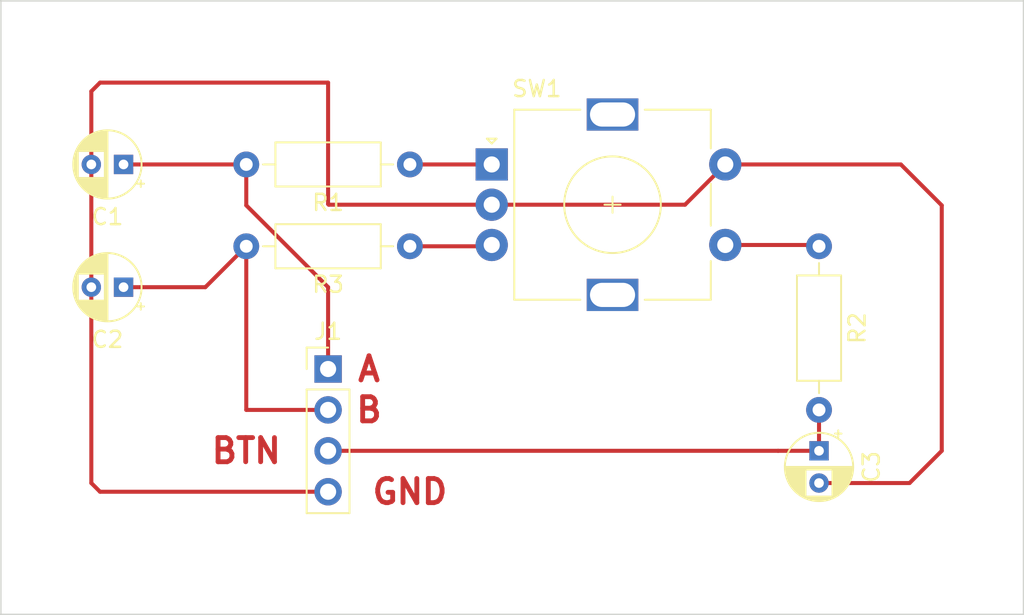
<source format=kicad_pcb>
(kicad_pcb (version 20171130) (host pcbnew 5.1.5+dfsg1-2build2)

  (general
    (thickness 1.6)
    (drawings 8)
    (tracks 34)
    (zones 0)
    (modules 8)
    (nets 8)
  )

  (page A4)
  (layers
    (0 F.Cu signal)
    (31 B.Cu signal)
    (32 B.Adhes user)
    (33 F.Adhes user)
    (34 B.Paste user)
    (35 F.Paste user)
    (36 B.SilkS user)
    (37 F.SilkS user)
    (38 B.Mask user)
    (39 F.Mask user)
    (40 Dwgs.User user)
    (41 Cmts.User user)
    (42 Eco1.User user)
    (43 Eco2.User user)
    (44 Edge.Cuts user)
    (45 Margin user)
    (46 B.CrtYd user)
    (47 F.CrtYd user)
    (48 B.Fab user)
    (49 F.Fab user)
  )

  (setup
    (last_trace_width 0.25)
    (trace_clearance 0.2)
    (zone_clearance 0.508)
    (zone_45_only no)
    (trace_min 0.2)
    (via_size 0.8)
    (via_drill 0.4)
    (via_min_size 0.4)
    (via_min_drill 0.3)
    (uvia_size 0.3)
    (uvia_drill 0.1)
    (uvias_allowed no)
    (uvia_min_size 0.2)
    (uvia_min_drill 0.1)
    (edge_width 0.05)
    (segment_width 0.2)
    (pcb_text_width 0.3)
    (pcb_text_size 1.5 1.5)
    (mod_edge_width 0.12)
    (mod_text_size 1 1)
    (mod_text_width 0.15)
    (pad_size 1.524 1.524)
    (pad_drill 0.762)
    (pad_to_mask_clearance 0.051)
    (solder_mask_min_width 0.25)
    (aux_axis_origin 0 0)
    (visible_elements FFFFFF7F)
    (pcbplotparams
      (layerselection 0x010fc_ffffffff)
      (usegerberextensions false)
      (usegerberattributes false)
      (usegerberadvancedattributes false)
      (creategerberjobfile false)
      (excludeedgelayer true)
      (linewidth 0.100000)
      (plotframeref false)
      (viasonmask false)
      (mode 1)
      (useauxorigin false)
      (hpglpennumber 1)
      (hpglpenspeed 20)
      (hpglpendiameter 15.000000)
      (psnegative false)
      (psa4output false)
      (plotreference true)
      (plotvalue true)
      (plotinvisibletext false)
      (padsonsilk false)
      (subtractmaskfromsilk false)
      (outputformat 1)
      (mirror false)
      (drillshape 1)
      (scaleselection 1)
      (outputdirectory ""))
  )

  (net 0 "")
  (net 1 /GND)
  (net 2 /A)
  (net 3 /B)
  (net 4 /BUTTON)
  (net 5 "Net-(R1-Pad1)")
  (net 6 "Net-(R2-Pad1)")
  (net 7 "Net-(R3-Pad1)")

  (net_class Default "This is the default net class."
    (clearance 0.2)
    (trace_width 0.25)
    (via_dia 0.8)
    (via_drill 0.4)
    (uvia_dia 0.3)
    (uvia_drill 0.1)
    (add_net /A)
    (add_net /B)
    (add_net /BUTTON)
    (add_net /GND)
    (add_net "Net-(R1-Pad1)")
    (add_net "Net-(R2-Pad1)")
    (add_net "Net-(R3-Pad1)")
  )

  (module Capacitor_THT:CP_Radial_D4.0mm_P2.00mm (layer F.Cu) (tedit 5AE50EF0) (tstamp 6032E750)
    (at 106.68 73.66 180)
    (descr "CP, Radial series, Radial, pin pitch=2.00mm, , diameter=4mm, Electrolytic Capacitor")
    (tags "CP Radial series Radial pin pitch 2.00mm  diameter 4mm Electrolytic Capacitor")
    (path /6032A502)
    (fp_text reference C1 (at 1 -3.25) (layer F.SilkS)
      (effects (font (size 1 1) (thickness 0.15)))
    )
    (fp_text value 0.1uF (at 1 3.25) (layer F.Fab)
      (effects (font (size 1 1) (thickness 0.15)))
    )
    (fp_text user %R (at 1 0) (layer F.Fab)
      (effects (font (size 0.8 0.8) (thickness 0.12)))
    )
    (fp_line (start -1.069801 -1.395) (end -1.069801 -0.995) (layer F.SilkS) (width 0.12))
    (fp_line (start -1.269801 -1.195) (end -0.869801 -1.195) (layer F.SilkS) (width 0.12))
    (fp_line (start 3.081 -0.37) (end 3.081 0.37) (layer F.SilkS) (width 0.12))
    (fp_line (start 3.041 -0.537) (end 3.041 0.537) (layer F.SilkS) (width 0.12))
    (fp_line (start 3.001 -0.664) (end 3.001 0.664) (layer F.SilkS) (width 0.12))
    (fp_line (start 2.961 -0.768) (end 2.961 0.768) (layer F.SilkS) (width 0.12))
    (fp_line (start 2.921 -0.859) (end 2.921 0.859) (layer F.SilkS) (width 0.12))
    (fp_line (start 2.881 -0.94) (end 2.881 0.94) (layer F.SilkS) (width 0.12))
    (fp_line (start 2.841 -1.013) (end 2.841 1.013) (layer F.SilkS) (width 0.12))
    (fp_line (start 2.801 0.84) (end 2.801 1.08) (layer F.SilkS) (width 0.12))
    (fp_line (start 2.801 -1.08) (end 2.801 -0.84) (layer F.SilkS) (width 0.12))
    (fp_line (start 2.761 0.84) (end 2.761 1.142) (layer F.SilkS) (width 0.12))
    (fp_line (start 2.761 -1.142) (end 2.761 -0.84) (layer F.SilkS) (width 0.12))
    (fp_line (start 2.721 0.84) (end 2.721 1.2) (layer F.SilkS) (width 0.12))
    (fp_line (start 2.721 -1.2) (end 2.721 -0.84) (layer F.SilkS) (width 0.12))
    (fp_line (start 2.681 0.84) (end 2.681 1.254) (layer F.SilkS) (width 0.12))
    (fp_line (start 2.681 -1.254) (end 2.681 -0.84) (layer F.SilkS) (width 0.12))
    (fp_line (start 2.641 0.84) (end 2.641 1.304) (layer F.SilkS) (width 0.12))
    (fp_line (start 2.641 -1.304) (end 2.641 -0.84) (layer F.SilkS) (width 0.12))
    (fp_line (start 2.601 0.84) (end 2.601 1.351) (layer F.SilkS) (width 0.12))
    (fp_line (start 2.601 -1.351) (end 2.601 -0.84) (layer F.SilkS) (width 0.12))
    (fp_line (start 2.561 0.84) (end 2.561 1.396) (layer F.SilkS) (width 0.12))
    (fp_line (start 2.561 -1.396) (end 2.561 -0.84) (layer F.SilkS) (width 0.12))
    (fp_line (start 2.521 0.84) (end 2.521 1.438) (layer F.SilkS) (width 0.12))
    (fp_line (start 2.521 -1.438) (end 2.521 -0.84) (layer F.SilkS) (width 0.12))
    (fp_line (start 2.481 0.84) (end 2.481 1.478) (layer F.SilkS) (width 0.12))
    (fp_line (start 2.481 -1.478) (end 2.481 -0.84) (layer F.SilkS) (width 0.12))
    (fp_line (start 2.441 0.84) (end 2.441 1.516) (layer F.SilkS) (width 0.12))
    (fp_line (start 2.441 -1.516) (end 2.441 -0.84) (layer F.SilkS) (width 0.12))
    (fp_line (start 2.401 0.84) (end 2.401 1.552) (layer F.SilkS) (width 0.12))
    (fp_line (start 2.401 -1.552) (end 2.401 -0.84) (layer F.SilkS) (width 0.12))
    (fp_line (start 2.361 0.84) (end 2.361 1.587) (layer F.SilkS) (width 0.12))
    (fp_line (start 2.361 -1.587) (end 2.361 -0.84) (layer F.SilkS) (width 0.12))
    (fp_line (start 2.321 0.84) (end 2.321 1.619) (layer F.SilkS) (width 0.12))
    (fp_line (start 2.321 -1.619) (end 2.321 -0.84) (layer F.SilkS) (width 0.12))
    (fp_line (start 2.281 0.84) (end 2.281 1.65) (layer F.SilkS) (width 0.12))
    (fp_line (start 2.281 -1.65) (end 2.281 -0.84) (layer F.SilkS) (width 0.12))
    (fp_line (start 2.241 0.84) (end 2.241 1.68) (layer F.SilkS) (width 0.12))
    (fp_line (start 2.241 -1.68) (end 2.241 -0.84) (layer F.SilkS) (width 0.12))
    (fp_line (start 2.201 0.84) (end 2.201 1.708) (layer F.SilkS) (width 0.12))
    (fp_line (start 2.201 -1.708) (end 2.201 -0.84) (layer F.SilkS) (width 0.12))
    (fp_line (start 2.161 0.84) (end 2.161 1.735) (layer F.SilkS) (width 0.12))
    (fp_line (start 2.161 -1.735) (end 2.161 -0.84) (layer F.SilkS) (width 0.12))
    (fp_line (start 2.121 0.84) (end 2.121 1.76) (layer F.SilkS) (width 0.12))
    (fp_line (start 2.121 -1.76) (end 2.121 -0.84) (layer F.SilkS) (width 0.12))
    (fp_line (start 2.081 0.84) (end 2.081 1.785) (layer F.SilkS) (width 0.12))
    (fp_line (start 2.081 -1.785) (end 2.081 -0.84) (layer F.SilkS) (width 0.12))
    (fp_line (start 2.041 0.84) (end 2.041 1.808) (layer F.SilkS) (width 0.12))
    (fp_line (start 2.041 -1.808) (end 2.041 -0.84) (layer F.SilkS) (width 0.12))
    (fp_line (start 2.001 0.84) (end 2.001 1.83) (layer F.SilkS) (width 0.12))
    (fp_line (start 2.001 -1.83) (end 2.001 -0.84) (layer F.SilkS) (width 0.12))
    (fp_line (start 1.961 0.84) (end 1.961 1.851) (layer F.SilkS) (width 0.12))
    (fp_line (start 1.961 -1.851) (end 1.961 -0.84) (layer F.SilkS) (width 0.12))
    (fp_line (start 1.921 0.84) (end 1.921 1.87) (layer F.SilkS) (width 0.12))
    (fp_line (start 1.921 -1.87) (end 1.921 -0.84) (layer F.SilkS) (width 0.12))
    (fp_line (start 1.881 0.84) (end 1.881 1.889) (layer F.SilkS) (width 0.12))
    (fp_line (start 1.881 -1.889) (end 1.881 -0.84) (layer F.SilkS) (width 0.12))
    (fp_line (start 1.841 0.84) (end 1.841 1.907) (layer F.SilkS) (width 0.12))
    (fp_line (start 1.841 -1.907) (end 1.841 -0.84) (layer F.SilkS) (width 0.12))
    (fp_line (start 1.801 0.84) (end 1.801 1.924) (layer F.SilkS) (width 0.12))
    (fp_line (start 1.801 -1.924) (end 1.801 -0.84) (layer F.SilkS) (width 0.12))
    (fp_line (start 1.761 0.84) (end 1.761 1.94) (layer F.SilkS) (width 0.12))
    (fp_line (start 1.761 -1.94) (end 1.761 -0.84) (layer F.SilkS) (width 0.12))
    (fp_line (start 1.721 0.84) (end 1.721 1.954) (layer F.SilkS) (width 0.12))
    (fp_line (start 1.721 -1.954) (end 1.721 -0.84) (layer F.SilkS) (width 0.12))
    (fp_line (start 1.68 0.84) (end 1.68 1.968) (layer F.SilkS) (width 0.12))
    (fp_line (start 1.68 -1.968) (end 1.68 -0.84) (layer F.SilkS) (width 0.12))
    (fp_line (start 1.64 0.84) (end 1.64 1.982) (layer F.SilkS) (width 0.12))
    (fp_line (start 1.64 -1.982) (end 1.64 -0.84) (layer F.SilkS) (width 0.12))
    (fp_line (start 1.6 0.84) (end 1.6 1.994) (layer F.SilkS) (width 0.12))
    (fp_line (start 1.6 -1.994) (end 1.6 -0.84) (layer F.SilkS) (width 0.12))
    (fp_line (start 1.56 0.84) (end 1.56 2.005) (layer F.SilkS) (width 0.12))
    (fp_line (start 1.56 -2.005) (end 1.56 -0.84) (layer F.SilkS) (width 0.12))
    (fp_line (start 1.52 0.84) (end 1.52 2.016) (layer F.SilkS) (width 0.12))
    (fp_line (start 1.52 -2.016) (end 1.52 -0.84) (layer F.SilkS) (width 0.12))
    (fp_line (start 1.48 0.84) (end 1.48 2.025) (layer F.SilkS) (width 0.12))
    (fp_line (start 1.48 -2.025) (end 1.48 -0.84) (layer F.SilkS) (width 0.12))
    (fp_line (start 1.44 0.84) (end 1.44 2.034) (layer F.SilkS) (width 0.12))
    (fp_line (start 1.44 -2.034) (end 1.44 -0.84) (layer F.SilkS) (width 0.12))
    (fp_line (start 1.4 0.84) (end 1.4 2.042) (layer F.SilkS) (width 0.12))
    (fp_line (start 1.4 -2.042) (end 1.4 -0.84) (layer F.SilkS) (width 0.12))
    (fp_line (start 1.36 0.84) (end 1.36 2.05) (layer F.SilkS) (width 0.12))
    (fp_line (start 1.36 -2.05) (end 1.36 -0.84) (layer F.SilkS) (width 0.12))
    (fp_line (start 1.32 0.84) (end 1.32 2.056) (layer F.SilkS) (width 0.12))
    (fp_line (start 1.32 -2.056) (end 1.32 -0.84) (layer F.SilkS) (width 0.12))
    (fp_line (start 1.28 0.84) (end 1.28 2.062) (layer F.SilkS) (width 0.12))
    (fp_line (start 1.28 -2.062) (end 1.28 -0.84) (layer F.SilkS) (width 0.12))
    (fp_line (start 1.24 0.84) (end 1.24 2.067) (layer F.SilkS) (width 0.12))
    (fp_line (start 1.24 -2.067) (end 1.24 -0.84) (layer F.SilkS) (width 0.12))
    (fp_line (start 1.2 0.84) (end 1.2 2.071) (layer F.SilkS) (width 0.12))
    (fp_line (start 1.2 -2.071) (end 1.2 -0.84) (layer F.SilkS) (width 0.12))
    (fp_line (start 1.16 -2.074) (end 1.16 2.074) (layer F.SilkS) (width 0.12))
    (fp_line (start 1.12 -2.077) (end 1.12 2.077) (layer F.SilkS) (width 0.12))
    (fp_line (start 1.08 -2.079) (end 1.08 2.079) (layer F.SilkS) (width 0.12))
    (fp_line (start 1.04 -2.08) (end 1.04 2.08) (layer F.SilkS) (width 0.12))
    (fp_line (start 1 -2.08) (end 1 2.08) (layer F.SilkS) (width 0.12))
    (fp_line (start -0.502554 -1.0675) (end -0.502554 -0.6675) (layer F.Fab) (width 0.1))
    (fp_line (start -0.702554 -0.8675) (end -0.302554 -0.8675) (layer F.Fab) (width 0.1))
    (fp_circle (center 1 0) (end 3.25 0) (layer F.CrtYd) (width 0.05))
    (fp_circle (center 1 0) (end 3.12 0) (layer F.SilkS) (width 0.12))
    (fp_circle (center 1 0) (end 3 0) (layer F.Fab) (width 0.1))
    (pad 2 thru_hole circle (at 2 0 180) (size 1.2 1.2) (drill 0.6) (layers *.Cu *.Mask)
      (net 1 /GND))
    (pad 1 thru_hole rect (at 0 0 180) (size 1.2 1.2) (drill 0.6) (layers *.Cu *.Mask)
      (net 2 /A))
    (model ${KISYS3DMOD}/Capacitor_THT.3dshapes/CP_Radial_D4.0mm_P2.00mm.wrl
      (at (xyz 0 0 0))
      (scale (xyz 1 1 1))
      (rotate (xyz 0 0 0))
    )
  )

  (module Capacitor_THT:CP_Radial_D4.0mm_P2.00mm (layer F.Cu) (tedit 5AE50EF0) (tstamp 6032E7BC)
    (at 106.68 81.28 180)
    (descr "CP, Radial series, Radial, pin pitch=2.00mm, , diameter=4mm, Electrolytic Capacitor")
    (tags "CP Radial series Radial pin pitch 2.00mm  diameter 4mm Electrolytic Capacitor")
    (path /6032C191)
    (fp_text reference C2 (at 1 -3.25) (layer F.SilkS)
      (effects (font (size 1 1) (thickness 0.15)))
    )
    (fp_text value 0.1uF (at 1 3.25) (layer F.Fab)
      (effects (font (size 1 1) (thickness 0.15)))
    )
    (fp_circle (center 1 0) (end 3 0) (layer F.Fab) (width 0.1))
    (fp_circle (center 1 0) (end 3.12 0) (layer F.SilkS) (width 0.12))
    (fp_circle (center 1 0) (end 3.25 0) (layer F.CrtYd) (width 0.05))
    (fp_line (start -0.702554 -0.8675) (end -0.302554 -0.8675) (layer F.Fab) (width 0.1))
    (fp_line (start -0.502554 -1.0675) (end -0.502554 -0.6675) (layer F.Fab) (width 0.1))
    (fp_line (start 1 -2.08) (end 1 2.08) (layer F.SilkS) (width 0.12))
    (fp_line (start 1.04 -2.08) (end 1.04 2.08) (layer F.SilkS) (width 0.12))
    (fp_line (start 1.08 -2.079) (end 1.08 2.079) (layer F.SilkS) (width 0.12))
    (fp_line (start 1.12 -2.077) (end 1.12 2.077) (layer F.SilkS) (width 0.12))
    (fp_line (start 1.16 -2.074) (end 1.16 2.074) (layer F.SilkS) (width 0.12))
    (fp_line (start 1.2 -2.071) (end 1.2 -0.84) (layer F.SilkS) (width 0.12))
    (fp_line (start 1.2 0.84) (end 1.2 2.071) (layer F.SilkS) (width 0.12))
    (fp_line (start 1.24 -2.067) (end 1.24 -0.84) (layer F.SilkS) (width 0.12))
    (fp_line (start 1.24 0.84) (end 1.24 2.067) (layer F.SilkS) (width 0.12))
    (fp_line (start 1.28 -2.062) (end 1.28 -0.84) (layer F.SilkS) (width 0.12))
    (fp_line (start 1.28 0.84) (end 1.28 2.062) (layer F.SilkS) (width 0.12))
    (fp_line (start 1.32 -2.056) (end 1.32 -0.84) (layer F.SilkS) (width 0.12))
    (fp_line (start 1.32 0.84) (end 1.32 2.056) (layer F.SilkS) (width 0.12))
    (fp_line (start 1.36 -2.05) (end 1.36 -0.84) (layer F.SilkS) (width 0.12))
    (fp_line (start 1.36 0.84) (end 1.36 2.05) (layer F.SilkS) (width 0.12))
    (fp_line (start 1.4 -2.042) (end 1.4 -0.84) (layer F.SilkS) (width 0.12))
    (fp_line (start 1.4 0.84) (end 1.4 2.042) (layer F.SilkS) (width 0.12))
    (fp_line (start 1.44 -2.034) (end 1.44 -0.84) (layer F.SilkS) (width 0.12))
    (fp_line (start 1.44 0.84) (end 1.44 2.034) (layer F.SilkS) (width 0.12))
    (fp_line (start 1.48 -2.025) (end 1.48 -0.84) (layer F.SilkS) (width 0.12))
    (fp_line (start 1.48 0.84) (end 1.48 2.025) (layer F.SilkS) (width 0.12))
    (fp_line (start 1.52 -2.016) (end 1.52 -0.84) (layer F.SilkS) (width 0.12))
    (fp_line (start 1.52 0.84) (end 1.52 2.016) (layer F.SilkS) (width 0.12))
    (fp_line (start 1.56 -2.005) (end 1.56 -0.84) (layer F.SilkS) (width 0.12))
    (fp_line (start 1.56 0.84) (end 1.56 2.005) (layer F.SilkS) (width 0.12))
    (fp_line (start 1.6 -1.994) (end 1.6 -0.84) (layer F.SilkS) (width 0.12))
    (fp_line (start 1.6 0.84) (end 1.6 1.994) (layer F.SilkS) (width 0.12))
    (fp_line (start 1.64 -1.982) (end 1.64 -0.84) (layer F.SilkS) (width 0.12))
    (fp_line (start 1.64 0.84) (end 1.64 1.982) (layer F.SilkS) (width 0.12))
    (fp_line (start 1.68 -1.968) (end 1.68 -0.84) (layer F.SilkS) (width 0.12))
    (fp_line (start 1.68 0.84) (end 1.68 1.968) (layer F.SilkS) (width 0.12))
    (fp_line (start 1.721 -1.954) (end 1.721 -0.84) (layer F.SilkS) (width 0.12))
    (fp_line (start 1.721 0.84) (end 1.721 1.954) (layer F.SilkS) (width 0.12))
    (fp_line (start 1.761 -1.94) (end 1.761 -0.84) (layer F.SilkS) (width 0.12))
    (fp_line (start 1.761 0.84) (end 1.761 1.94) (layer F.SilkS) (width 0.12))
    (fp_line (start 1.801 -1.924) (end 1.801 -0.84) (layer F.SilkS) (width 0.12))
    (fp_line (start 1.801 0.84) (end 1.801 1.924) (layer F.SilkS) (width 0.12))
    (fp_line (start 1.841 -1.907) (end 1.841 -0.84) (layer F.SilkS) (width 0.12))
    (fp_line (start 1.841 0.84) (end 1.841 1.907) (layer F.SilkS) (width 0.12))
    (fp_line (start 1.881 -1.889) (end 1.881 -0.84) (layer F.SilkS) (width 0.12))
    (fp_line (start 1.881 0.84) (end 1.881 1.889) (layer F.SilkS) (width 0.12))
    (fp_line (start 1.921 -1.87) (end 1.921 -0.84) (layer F.SilkS) (width 0.12))
    (fp_line (start 1.921 0.84) (end 1.921 1.87) (layer F.SilkS) (width 0.12))
    (fp_line (start 1.961 -1.851) (end 1.961 -0.84) (layer F.SilkS) (width 0.12))
    (fp_line (start 1.961 0.84) (end 1.961 1.851) (layer F.SilkS) (width 0.12))
    (fp_line (start 2.001 -1.83) (end 2.001 -0.84) (layer F.SilkS) (width 0.12))
    (fp_line (start 2.001 0.84) (end 2.001 1.83) (layer F.SilkS) (width 0.12))
    (fp_line (start 2.041 -1.808) (end 2.041 -0.84) (layer F.SilkS) (width 0.12))
    (fp_line (start 2.041 0.84) (end 2.041 1.808) (layer F.SilkS) (width 0.12))
    (fp_line (start 2.081 -1.785) (end 2.081 -0.84) (layer F.SilkS) (width 0.12))
    (fp_line (start 2.081 0.84) (end 2.081 1.785) (layer F.SilkS) (width 0.12))
    (fp_line (start 2.121 -1.76) (end 2.121 -0.84) (layer F.SilkS) (width 0.12))
    (fp_line (start 2.121 0.84) (end 2.121 1.76) (layer F.SilkS) (width 0.12))
    (fp_line (start 2.161 -1.735) (end 2.161 -0.84) (layer F.SilkS) (width 0.12))
    (fp_line (start 2.161 0.84) (end 2.161 1.735) (layer F.SilkS) (width 0.12))
    (fp_line (start 2.201 -1.708) (end 2.201 -0.84) (layer F.SilkS) (width 0.12))
    (fp_line (start 2.201 0.84) (end 2.201 1.708) (layer F.SilkS) (width 0.12))
    (fp_line (start 2.241 -1.68) (end 2.241 -0.84) (layer F.SilkS) (width 0.12))
    (fp_line (start 2.241 0.84) (end 2.241 1.68) (layer F.SilkS) (width 0.12))
    (fp_line (start 2.281 -1.65) (end 2.281 -0.84) (layer F.SilkS) (width 0.12))
    (fp_line (start 2.281 0.84) (end 2.281 1.65) (layer F.SilkS) (width 0.12))
    (fp_line (start 2.321 -1.619) (end 2.321 -0.84) (layer F.SilkS) (width 0.12))
    (fp_line (start 2.321 0.84) (end 2.321 1.619) (layer F.SilkS) (width 0.12))
    (fp_line (start 2.361 -1.587) (end 2.361 -0.84) (layer F.SilkS) (width 0.12))
    (fp_line (start 2.361 0.84) (end 2.361 1.587) (layer F.SilkS) (width 0.12))
    (fp_line (start 2.401 -1.552) (end 2.401 -0.84) (layer F.SilkS) (width 0.12))
    (fp_line (start 2.401 0.84) (end 2.401 1.552) (layer F.SilkS) (width 0.12))
    (fp_line (start 2.441 -1.516) (end 2.441 -0.84) (layer F.SilkS) (width 0.12))
    (fp_line (start 2.441 0.84) (end 2.441 1.516) (layer F.SilkS) (width 0.12))
    (fp_line (start 2.481 -1.478) (end 2.481 -0.84) (layer F.SilkS) (width 0.12))
    (fp_line (start 2.481 0.84) (end 2.481 1.478) (layer F.SilkS) (width 0.12))
    (fp_line (start 2.521 -1.438) (end 2.521 -0.84) (layer F.SilkS) (width 0.12))
    (fp_line (start 2.521 0.84) (end 2.521 1.438) (layer F.SilkS) (width 0.12))
    (fp_line (start 2.561 -1.396) (end 2.561 -0.84) (layer F.SilkS) (width 0.12))
    (fp_line (start 2.561 0.84) (end 2.561 1.396) (layer F.SilkS) (width 0.12))
    (fp_line (start 2.601 -1.351) (end 2.601 -0.84) (layer F.SilkS) (width 0.12))
    (fp_line (start 2.601 0.84) (end 2.601 1.351) (layer F.SilkS) (width 0.12))
    (fp_line (start 2.641 -1.304) (end 2.641 -0.84) (layer F.SilkS) (width 0.12))
    (fp_line (start 2.641 0.84) (end 2.641 1.304) (layer F.SilkS) (width 0.12))
    (fp_line (start 2.681 -1.254) (end 2.681 -0.84) (layer F.SilkS) (width 0.12))
    (fp_line (start 2.681 0.84) (end 2.681 1.254) (layer F.SilkS) (width 0.12))
    (fp_line (start 2.721 -1.2) (end 2.721 -0.84) (layer F.SilkS) (width 0.12))
    (fp_line (start 2.721 0.84) (end 2.721 1.2) (layer F.SilkS) (width 0.12))
    (fp_line (start 2.761 -1.142) (end 2.761 -0.84) (layer F.SilkS) (width 0.12))
    (fp_line (start 2.761 0.84) (end 2.761 1.142) (layer F.SilkS) (width 0.12))
    (fp_line (start 2.801 -1.08) (end 2.801 -0.84) (layer F.SilkS) (width 0.12))
    (fp_line (start 2.801 0.84) (end 2.801 1.08) (layer F.SilkS) (width 0.12))
    (fp_line (start 2.841 -1.013) (end 2.841 1.013) (layer F.SilkS) (width 0.12))
    (fp_line (start 2.881 -0.94) (end 2.881 0.94) (layer F.SilkS) (width 0.12))
    (fp_line (start 2.921 -0.859) (end 2.921 0.859) (layer F.SilkS) (width 0.12))
    (fp_line (start 2.961 -0.768) (end 2.961 0.768) (layer F.SilkS) (width 0.12))
    (fp_line (start 3.001 -0.664) (end 3.001 0.664) (layer F.SilkS) (width 0.12))
    (fp_line (start 3.041 -0.537) (end 3.041 0.537) (layer F.SilkS) (width 0.12))
    (fp_line (start 3.081 -0.37) (end 3.081 0.37) (layer F.SilkS) (width 0.12))
    (fp_line (start -1.269801 -1.195) (end -0.869801 -1.195) (layer F.SilkS) (width 0.12))
    (fp_line (start -1.069801 -1.395) (end -1.069801 -0.995) (layer F.SilkS) (width 0.12))
    (fp_text user %R (at 1 0) (layer F.Fab)
      (effects (font (size 0.8 0.8) (thickness 0.12)))
    )
    (pad 1 thru_hole rect (at 0 0 180) (size 1.2 1.2) (drill 0.6) (layers *.Cu *.Mask)
      (net 3 /B))
    (pad 2 thru_hole circle (at 2 0 180) (size 1.2 1.2) (drill 0.6) (layers *.Cu *.Mask)
      (net 1 /GND))
    (model ${KISYS3DMOD}/Capacitor_THT.3dshapes/CP_Radial_D4.0mm_P2.00mm.wrl
      (at (xyz 0 0 0))
      (scale (xyz 1 1 1))
      (rotate (xyz 0 0 0))
    )
  )

  (module Capacitor_THT:CP_Radial_D4.0mm_P2.00mm (layer F.Cu) (tedit 5AE50EF0) (tstamp 6032E828)
    (at 149.86 91.44 270)
    (descr "CP, Radial series, Radial, pin pitch=2.00mm, , diameter=4mm, Electrolytic Capacitor")
    (tags "CP Radial series Radial pin pitch 2.00mm  diameter 4mm Electrolytic Capacitor")
    (path /6032C379)
    (fp_text reference C3 (at 1 -3.25 90) (layer F.SilkS)
      (effects (font (size 1 1) (thickness 0.15)))
    )
    (fp_text value 0.1uF (at 1 3.25 90) (layer F.Fab)
      (effects (font (size 1 1) (thickness 0.15)))
    )
    (fp_circle (center 1 0) (end 3 0) (layer F.Fab) (width 0.1))
    (fp_circle (center 1 0) (end 3.12 0) (layer F.SilkS) (width 0.12))
    (fp_circle (center 1 0) (end 3.25 0) (layer F.CrtYd) (width 0.05))
    (fp_line (start -0.702554 -0.8675) (end -0.302554 -0.8675) (layer F.Fab) (width 0.1))
    (fp_line (start -0.502554 -1.0675) (end -0.502554 -0.6675) (layer F.Fab) (width 0.1))
    (fp_line (start 1 -2.08) (end 1 2.08) (layer F.SilkS) (width 0.12))
    (fp_line (start 1.04 -2.08) (end 1.04 2.08) (layer F.SilkS) (width 0.12))
    (fp_line (start 1.08 -2.079) (end 1.08 2.079) (layer F.SilkS) (width 0.12))
    (fp_line (start 1.12 -2.077) (end 1.12 2.077) (layer F.SilkS) (width 0.12))
    (fp_line (start 1.16 -2.074) (end 1.16 2.074) (layer F.SilkS) (width 0.12))
    (fp_line (start 1.2 -2.071) (end 1.2 -0.84) (layer F.SilkS) (width 0.12))
    (fp_line (start 1.2 0.84) (end 1.2 2.071) (layer F.SilkS) (width 0.12))
    (fp_line (start 1.24 -2.067) (end 1.24 -0.84) (layer F.SilkS) (width 0.12))
    (fp_line (start 1.24 0.84) (end 1.24 2.067) (layer F.SilkS) (width 0.12))
    (fp_line (start 1.28 -2.062) (end 1.28 -0.84) (layer F.SilkS) (width 0.12))
    (fp_line (start 1.28 0.84) (end 1.28 2.062) (layer F.SilkS) (width 0.12))
    (fp_line (start 1.32 -2.056) (end 1.32 -0.84) (layer F.SilkS) (width 0.12))
    (fp_line (start 1.32 0.84) (end 1.32 2.056) (layer F.SilkS) (width 0.12))
    (fp_line (start 1.36 -2.05) (end 1.36 -0.84) (layer F.SilkS) (width 0.12))
    (fp_line (start 1.36 0.84) (end 1.36 2.05) (layer F.SilkS) (width 0.12))
    (fp_line (start 1.4 -2.042) (end 1.4 -0.84) (layer F.SilkS) (width 0.12))
    (fp_line (start 1.4 0.84) (end 1.4 2.042) (layer F.SilkS) (width 0.12))
    (fp_line (start 1.44 -2.034) (end 1.44 -0.84) (layer F.SilkS) (width 0.12))
    (fp_line (start 1.44 0.84) (end 1.44 2.034) (layer F.SilkS) (width 0.12))
    (fp_line (start 1.48 -2.025) (end 1.48 -0.84) (layer F.SilkS) (width 0.12))
    (fp_line (start 1.48 0.84) (end 1.48 2.025) (layer F.SilkS) (width 0.12))
    (fp_line (start 1.52 -2.016) (end 1.52 -0.84) (layer F.SilkS) (width 0.12))
    (fp_line (start 1.52 0.84) (end 1.52 2.016) (layer F.SilkS) (width 0.12))
    (fp_line (start 1.56 -2.005) (end 1.56 -0.84) (layer F.SilkS) (width 0.12))
    (fp_line (start 1.56 0.84) (end 1.56 2.005) (layer F.SilkS) (width 0.12))
    (fp_line (start 1.6 -1.994) (end 1.6 -0.84) (layer F.SilkS) (width 0.12))
    (fp_line (start 1.6 0.84) (end 1.6 1.994) (layer F.SilkS) (width 0.12))
    (fp_line (start 1.64 -1.982) (end 1.64 -0.84) (layer F.SilkS) (width 0.12))
    (fp_line (start 1.64 0.84) (end 1.64 1.982) (layer F.SilkS) (width 0.12))
    (fp_line (start 1.68 -1.968) (end 1.68 -0.84) (layer F.SilkS) (width 0.12))
    (fp_line (start 1.68 0.84) (end 1.68 1.968) (layer F.SilkS) (width 0.12))
    (fp_line (start 1.721 -1.954) (end 1.721 -0.84) (layer F.SilkS) (width 0.12))
    (fp_line (start 1.721 0.84) (end 1.721 1.954) (layer F.SilkS) (width 0.12))
    (fp_line (start 1.761 -1.94) (end 1.761 -0.84) (layer F.SilkS) (width 0.12))
    (fp_line (start 1.761 0.84) (end 1.761 1.94) (layer F.SilkS) (width 0.12))
    (fp_line (start 1.801 -1.924) (end 1.801 -0.84) (layer F.SilkS) (width 0.12))
    (fp_line (start 1.801 0.84) (end 1.801 1.924) (layer F.SilkS) (width 0.12))
    (fp_line (start 1.841 -1.907) (end 1.841 -0.84) (layer F.SilkS) (width 0.12))
    (fp_line (start 1.841 0.84) (end 1.841 1.907) (layer F.SilkS) (width 0.12))
    (fp_line (start 1.881 -1.889) (end 1.881 -0.84) (layer F.SilkS) (width 0.12))
    (fp_line (start 1.881 0.84) (end 1.881 1.889) (layer F.SilkS) (width 0.12))
    (fp_line (start 1.921 -1.87) (end 1.921 -0.84) (layer F.SilkS) (width 0.12))
    (fp_line (start 1.921 0.84) (end 1.921 1.87) (layer F.SilkS) (width 0.12))
    (fp_line (start 1.961 -1.851) (end 1.961 -0.84) (layer F.SilkS) (width 0.12))
    (fp_line (start 1.961 0.84) (end 1.961 1.851) (layer F.SilkS) (width 0.12))
    (fp_line (start 2.001 -1.83) (end 2.001 -0.84) (layer F.SilkS) (width 0.12))
    (fp_line (start 2.001 0.84) (end 2.001 1.83) (layer F.SilkS) (width 0.12))
    (fp_line (start 2.041 -1.808) (end 2.041 -0.84) (layer F.SilkS) (width 0.12))
    (fp_line (start 2.041 0.84) (end 2.041 1.808) (layer F.SilkS) (width 0.12))
    (fp_line (start 2.081 -1.785) (end 2.081 -0.84) (layer F.SilkS) (width 0.12))
    (fp_line (start 2.081 0.84) (end 2.081 1.785) (layer F.SilkS) (width 0.12))
    (fp_line (start 2.121 -1.76) (end 2.121 -0.84) (layer F.SilkS) (width 0.12))
    (fp_line (start 2.121 0.84) (end 2.121 1.76) (layer F.SilkS) (width 0.12))
    (fp_line (start 2.161 -1.735) (end 2.161 -0.84) (layer F.SilkS) (width 0.12))
    (fp_line (start 2.161 0.84) (end 2.161 1.735) (layer F.SilkS) (width 0.12))
    (fp_line (start 2.201 -1.708) (end 2.201 -0.84) (layer F.SilkS) (width 0.12))
    (fp_line (start 2.201 0.84) (end 2.201 1.708) (layer F.SilkS) (width 0.12))
    (fp_line (start 2.241 -1.68) (end 2.241 -0.84) (layer F.SilkS) (width 0.12))
    (fp_line (start 2.241 0.84) (end 2.241 1.68) (layer F.SilkS) (width 0.12))
    (fp_line (start 2.281 -1.65) (end 2.281 -0.84) (layer F.SilkS) (width 0.12))
    (fp_line (start 2.281 0.84) (end 2.281 1.65) (layer F.SilkS) (width 0.12))
    (fp_line (start 2.321 -1.619) (end 2.321 -0.84) (layer F.SilkS) (width 0.12))
    (fp_line (start 2.321 0.84) (end 2.321 1.619) (layer F.SilkS) (width 0.12))
    (fp_line (start 2.361 -1.587) (end 2.361 -0.84) (layer F.SilkS) (width 0.12))
    (fp_line (start 2.361 0.84) (end 2.361 1.587) (layer F.SilkS) (width 0.12))
    (fp_line (start 2.401 -1.552) (end 2.401 -0.84) (layer F.SilkS) (width 0.12))
    (fp_line (start 2.401 0.84) (end 2.401 1.552) (layer F.SilkS) (width 0.12))
    (fp_line (start 2.441 -1.516) (end 2.441 -0.84) (layer F.SilkS) (width 0.12))
    (fp_line (start 2.441 0.84) (end 2.441 1.516) (layer F.SilkS) (width 0.12))
    (fp_line (start 2.481 -1.478) (end 2.481 -0.84) (layer F.SilkS) (width 0.12))
    (fp_line (start 2.481 0.84) (end 2.481 1.478) (layer F.SilkS) (width 0.12))
    (fp_line (start 2.521 -1.438) (end 2.521 -0.84) (layer F.SilkS) (width 0.12))
    (fp_line (start 2.521 0.84) (end 2.521 1.438) (layer F.SilkS) (width 0.12))
    (fp_line (start 2.561 -1.396) (end 2.561 -0.84) (layer F.SilkS) (width 0.12))
    (fp_line (start 2.561 0.84) (end 2.561 1.396) (layer F.SilkS) (width 0.12))
    (fp_line (start 2.601 -1.351) (end 2.601 -0.84) (layer F.SilkS) (width 0.12))
    (fp_line (start 2.601 0.84) (end 2.601 1.351) (layer F.SilkS) (width 0.12))
    (fp_line (start 2.641 -1.304) (end 2.641 -0.84) (layer F.SilkS) (width 0.12))
    (fp_line (start 2.641 0.84) (end 2.641 1.304) (layer F.SilkS) (width 0.12))
    (fp_line (start 2.681 -1.254) (end 2.681 -0.84) (layer F.SilkS) (width 0.12))
    (fp_line (start 2.681 0.84) (end 2.681 1.254) (layer F.SilkS) (width 0.12))
    (fp_line (start 2.721 -1.2) (end 2.721 -0.84) (layer F.SilkS) (width 0.12))
    (fp_line (start 2.721 0.84) (end 2.721 1.2) (layer F.SilkS) (width 0.12))
    (fp_line (start 2.761 -1.142) (end 2.761 -0.84) (layer F.SilkS) (width 0.12))
    (fp_line (start 2.761 0.84) (end 2.761 1.142) (layer F.SilkS) (width 0.12))
    (fp_line (start 2.801 -1.08) (end 2.801 -0.84) (layer F.SilkS) (width 0.12))
    (fp_line (start 2.801 0.84) (end 2.801 1.08) (layer F.SilkS) (width 0.12))
    (fp_line (start 2.841 -1.013) (end 2.841 1.013) (layer F.SilkS) (width 0.12))
    (fp_line (start 2.881 -0.94) (end 2.881 0.94) (layer F.SilkS) (width 0.12))
    (fp_line (start 2.921 -0.859) (end 2.921 0.859) (layer F.SilkS) (width 0.12))
    (fp_line (start 2.961 -0.768) (end 2.961 0.768) (layer F.SilkS) (width 0.12))
    (fp_line (start 3.001 -0.664) (end 3.001 0.664) (layer F.SilkS) (width 0.12))
    (fp_line (start 3.041 -0.537) (end 3.041 0.537) (layer F.SilkS) (width 0.12))
    (fp_line (start 3.081 -0.37) (end 3.081 0.37) (layer F.SilkS) (width 0.12))
    (fp_line (start -1.269801 -1.195) (end -0.869801 -1.195) (layer F.SilkS) (width 0.12))
    (fp_line (start -1.069801 -1.395) (end -1.069801 -0.995) (layer F.SilkS) (width 0.12))
    (fp_text user %R (at 1 0 90) (layer F.Fab)
      (effects (font (size 0.8 0.8) (thickness 0.12)))
    )
    (pad 1 thru_hole rect (at 0 0 270) (size 1.2 1.2) (drill 0.6) (layers *.Cu *.Mask)
      (net 4 /BUTTON))
    (pad 2 thru_hole circle (at 2 0 270) (size 1.2 1.2) (drill 0.6) (layers *.Cu *.Mask)
      (net 1 /GND))
    (model ${KISYS3DMOD}/Capacitor_THT.3dshapes/CP_Radial_D4.0mm_P2.00mm.wrl
      (at (xyz 0 0 0))
      (scale (xyz 1 1 1))
      (rotate (xyz 0 0 0))
    )
  )

  (module Connector_PinHeader_2.54mm:PinHeader_1x04_P2.54mm_Vertical (layer F.Cu) (tedit 59FED5CC) (tstamp 6032E840)
    (at 119.38 86.36)
    (descr "Through hole straight pin header, 1x04, 2.54mm pitch, single row")
    (tags "Through hole pin header THT 1x04 2.54mm single row")
    (path /603280F2)
    (fp_text reference J1 (at 0 -2.33) (layer F.SilkS)
      (effects (font (size 1 1) (thickness 0.15)))
    )
    (fp_text value Conn_01x04 (at 0 9.95) (layer F.Fab)
      (effects (font (size 1 1) (thickness 0.15)))
    )
    (fp_line (start -0.635 -1.27) (end 1.27 -1.27) (layer F.Fab) (width 0.1))
    (fp_line (start 1.27 -1.27) (end 1.27 8.89) (layer F.Fab) (width 0.1))
    (fp_line (start 1.27 8.89) (end -1.27 8.89) (layer F.Fab) (width 0.1))
    (fp_line (start -1.27 8.89) (end -1.27 -0.635) (layer F.Fab) (width 0.1))
    (fp_line (start -1.27 -0.635) (end -0.635 -1.27) (layer F.Fab) (width 0.1))
    (fp_line (start -1.33 8.95) (end 1.33 8.95) (layer F.SilkS) (width 0.12))
    (fp_line (start -1.33 1.27) (end -1.33 8.95) (layer F.SilkS) (width 0.12))
    (fp_line (start 1.33 1.27) (end 1.33 8.95) (layer F.SilkS) (width 0.12))
    (fp_line (start -1.33 1.27) (end 1.33 1.27) (layer F.SilkS) (width 0.12))
    (fp_line (start -1.33 0) (end -1.33 -1.33) (layer F.SilkS) (width 0.12))
    (fp_line (start -1.33 -1.33) (end 0 -1.33) (layer F.SilkS) (width 0.12))
    (fp_line (start -1.8 -1.8) (end -1.8 9.4) (layer F.CrtYd) (width 0.05))
    (fp_line (start -1.8 9.4) (end 1.8 9.4) (layer F.CrtYd) (width 0.05))
    (fp_line (start 1.8 9.4) (end 1.8 -1.8) (layer F.CrtYd) (width 0.05))
    (fp_line (start 1.8 -1.8) (end -1.8 -1.8) (layer F.CrtYd) (width 0.05))
    (fp_text user %R (at 0 3.81 90) (layer F.Fab)
      (effects (font (size 1 1) (thickness 0.15)))
    )
    (pad 1 thru_hole rect (at 0 0) (size 1.7 1.7) (drill 1) (layers *.Cu *.Mask)
      (net 2 /A))
    (pad 2 thru_hole oval (at 0 2.54) (size 1.7 1.7) (drill 1) (layers *.Cu *.Mask)
      (net 3 /B))
    (pad 3 thru_hole oval (at 0 5.08) (size 1.7 1.7) (drill 1) (layers *.Cu *.Mask)
      (net 4 /BUTTON))
    (pad 4 thru_hole oval (at 0 7.62) (size 1.7 1.7) (drill 1) (layers *.Cu *.Mask)
      (net 1 /GND))
    (model ${KISYS3DMOD}/Connector_PinHeader_2.54mm.3dshapes/PinHeader_1x04_P2.54mm_Vertical.wrl
      (at (xyz 0 0 0))
      (scale (xyz 1 1 1))
      (rotate (xyz 0 0 0))
    )
  )

  (module Resistor_THT:R_Axial_DIN0207_L6.3mm_D2.5mm_P10.16mm_Horizontal (layer F.Cu) (tedit 5AE5139B) (tstamp 6032E857)
    (at 124.46 73.66 180)
    (descr "Resistor, Axial_DIN0207 series, Axial, Horizontal, pin pitch=10.16mm, 0.25W = 1/4W, length*diameter=6.3*2.5mm^2, http://cdn-reichelt.de/documents/datenblatt/B400/1_4W%23YAG.pdf")
    (tags "Resistor Axial_DIN0207 series Axial Horizontal pin pitch 10.16mm 0.25W = 1/4W length 6.3mm diameter 2.5mm")
    (path /60329B8B)
    (fp_text reference R1 (at 5.08 -2.37) (layer F.SilkS)
      (effects (font (size 1 1) (thickness 0.15)))
    )
    (fp_text value 22k (at 5.08 2.37) (layer F.Fab)
      (effects (font (size 1 1) (thickness 0.15)))
    )
    (fp_line (start 1.93 -1.25) (end 1.93 1.25) (layer F.Fab) (width 0.1))
    (fp_line (start 1.93 1.25) (end 8.23 1.25) (layer F.Fab) (width 0.1))
    (fp_line (start 8.23 1.25) (end 8.23 -1.25) (layer F.Fab) (width 0.1))
    (fp_line (start 8.23 -1.25) (end 1.93 -1.25) (layer F.Fab) (width 0.1))
    (fp_line (start 0 0) (end 1.93 0) (layer F.Fab) (width 0.1))
    (fp_line (start 10.16 0) (end 8.23 0) (layer F.Fab) (width 0.1))
    (fp_line (start 1.81 -1.37) (end 1.81 1.37) (layer F.SilkS) (width 0.12))
    (fp_line (start 1.81 1.37) (end 8.35 1.37) (layer F.SilkS) (width 0.12))
    (fp_line (start 8.35 1.37) (end 8.35 -1.37) (layer F.SilkS) (width 0.12))
    (fp_line (start 8.35 -1.37) (end 1.81 -1.37) (layer F.SilkS) (width 0.12))
    (fp_line (start 1.04 0) (end 1.81 0) (layer F.SilkS) (width 0.12))
    (fp_line (start 9.12 0) (end 8.35 0) (layer F.SilkS) (width 0.12))
    (fp_line (start -1.05 -1.5) (end -1.05 1.5) (layer F.CrtYd) (width 0.05))
    (fp_line (start -1.05 1.5) (end 11.21 1.5) (layer F.CrtYd) (width 0.05))
    (fp_line (start 11.21 1.5) (end 11.21 -1.5) (layer F.CrtYd) (width 0.05))
    (fp_line (start 11.21 -1.5) (end -1.05 -1.5) (layer F.CrtYd) (width 0.05))
    (fp_text user %R (at 5.08 0) (layer F.Fab)
      (effects (font (size 1 1) (thickness 0.15)))
    )
    (pad 1 thru_hole circle (at 0 0 180) (size 1.6 1.6) (drill 0.8) (layers *.Cu *.Mask)
      (net 5 "Net-(R1-Pad1)"))
    (pad 2 thru_hole oval (at 10.16 0 180) (size 1.6 1.6) (drill 0.8) (layers *.Cu *.Mask)
      (net 2 /A))
    (model ${KISYS3DMOD}/Resistor_THT.3dshapes/R_Axial_DIN0207_L6.3mm_D2.5mm_P10.16mm_Horizontal.wrl
      (at (xyz 0 0 0))
      (scale (xyz 1 1 1))
      (rotate (xyz 0 0 0))
    )
  )

  (module Resistor_THT:R_Axial_DIN0207_L6.3mm_D2.5mm_P10.16mm_Horizontal (layer F.Cu) (tedit 5AE5139B) (tstamp 6032E86E)
    (at 149.86 78.74 270)
    (descr "Resistor, Axial_DIN0207 series, Axial, Horizontal, pin pitch=10.16mm, 0.25W = 1/4W, length*diameter=6.3*2.5mm^2, http://cdn-reichelt.de/documents/datenblatt/B400/1_4W%23YAG.pdf")
    (tags "Resistor Axial_DIN0207 series Axial Horizontal pin pitch 10.16mm 0.25W = 1/4W length 6.3mm diameter 2.5mm")
    (path /6032BE6B)
    (fp_text reference R2 (at 5.08 -2.37 90) (layer F.SilkS)
      (effects (font (size 1 1) (thickness 0.15)))
    )
    (fp_text value 22k (at 5.08 2.37 90) (layer F.Fab)
      (effects (font (size 1 1) (thickness 0.15)))
    )
    (fp_text user %R (at 5.08 0 90) (layer F.Fab)
      (effects (font (size 1 1) (thickness 0.15)))
    )
    (fp_line (start 11.21 -1.5) (end -1.05 -1.5) (layer F.CrtYd) (width 0.05))
    (fp_line (start 11.21 1.5) (end 11.21 -1.5) (layer F.CrtYd) (width 0.05))
    (fp_line (start -1.05 1.5) (end 11.21 1.5) (layer F.CrtYd) (width 0.05))
    (fp_line (start -1.05 -1.5) (end -1.05 1.5) (layer F.CrtYd) (width 0.05))
    (fp_line (start 9.12 0) (end 8.35 0) (layer F.SilkS) (width 0.12))
    (fp_line (start 1.04 0) (end 1.81 0) (layer F.SilkS) (width 0.12))
    (fp_line (start 8.35 -1.37) (end 1.81 -1.37) (layer F.SilkS) (width 0.12))
    (fp_line (start 8.35 1.37) (end 8.35 -1.37) (layer F.SilkS) (width 0.12))
    (fp_line (start 1.81 1.37) (end 8.35 1.37) (layer F.SilkS) (width 0.12))
    (fp_line (start 1.81 -1.37) (end 1.81 1.37) (layer F.SilkS) (width 0.12))
    (fp_line (start 10.16 0) (end 8.23 0) (layer F.Fab) (width 0.1))
    (fp_line (start 0 0) (end 1.93 0) (layer F.Fab) (width 0.1))
    (fp_line (start 8.23 -1.25) (end 1.93 -1.25) (layer F.Fab) (width 0.1))
    (fp_line (start 8.23 1.25) (end 8.23 -1.25) (layer F.Fab) (width 0.1))
    (fp_line (start 1.93 1.25) (end 8.23 1.25) (layer F.Fab) (width 0.1))
    (fp_line (start 1.93 -1.25) (end 1.93 1.25) (layer F.Fab) (width 0.1))
    (pad 2 thru_hole oval (at 10.16 0 270) (size 1.6 1.6) (drill 0.8) (layers *.Cu *.Mask)
      (net 4 /BUTTON))
    (pad 1 thru_hole circle (at 0 0 270) (size 1.6 1.6) (drill 0.8) (layers *.Cu *.Mask)
      (net 6 "Net-(R2-Pad1)"))
    (model ${KISYS3DMOD}/Resistor_THT.3dshapes/R_Axial_DIN0207_L6.3mm_D2.5mm_P10.16mm_Horizontal.wrl
      (at (xyz 0 0 0))
      (scale (xyz 1 1 1))
      (rotate (xyz 0 0 0))
    )
  )

  (module Resistor_THT:R_Axial_DIN0207_L6.3mm_D2.5mm_P10.16mm_Horizontal (layer F.Cu) (tedit 5AE5139B) (tstamp 6032E885)
    (at 124.46 78.74 180)
    (descr "Resistor, Axial_DIN0207 series, Axial, Horizontal, pin pitch=10.16mm, 0.25W = 1/4W, length*diameter=6.3*2.5mm^2, http://cdn-reichelt.de/documents/datenblatt/B400/1_4W%23YAG.pdf")
    (tags "Resistor Axial_DIN0207 series Axial Horizontal pin pitch 10.16mm 0.25W = 1/4W length 6.3mm diameter 2.5mm")
    (path /6032BFCE)
    (fp_text reference R3 (at 5.08 -2.37) (layer F.SilkS)
      (effects (font (size 1 1) (thickness 0.15)))
    )
    (fp_text value 22k (at 5.08 2.37) (layer F.Fab)
      (effects (font (size 1 1) (thickness 0.15)))
    )
    (fp_line (start 1.93 -1.25) (end 1.93 1.25) (layer F.Fab) (width 0.1))
    (fp_line (start 1.93 1.25) (end 8.23 1.25) (layer F.Fab) (width 0.1))
    (fp_line (start 8.23 1.25) (end 8.23 -1.25) (layer F.Fab) (width 0.1))
    (fp_line (start 8.23 -1.25) (end 1.93 -1.25) (layer F.Fab) (width 0.1))
    (fp_line (start 0 0) (end 1.93 0) (layer F.Fab) (width 0.1))
    (fp_line (start 10.16 0) (end 8.23 0) (layer F.Fab) (width 0.1))
    (fp_line (start 1.81 -1.37) (end 1.81 1.37) (layer F.SilkS) (width 0.12))
    (fp_line (start 1.81 1.37) (end 8.35 1.37) (layer F.SilkS) (width 0.12))
    (fp_line (start 8.35 1.37) (end 8.35 -1.37) (layer F.SilkS) (width 0.12))
    (fp_line (start 8.35 -1.37) (end 1.81 -1.37) (layer F.SilkS) (width 0.12))
    (fp_line (start 1.04 0) (end 1.81 0) (layer F.SilkS) (width 0.12))
    (fp_line (start 9.12 0) (end 8.35 0) (layer F.SilkS) (width 0.12))
    (fp_line (start -1.05 -1.5) (end -1.05 1.5) (layer F.CrtYd) (width 0.05))
    (fp_line (start -1.05 1.5) (end 11.21 1.5) (layer F.CrtYd) (width 0.05))
    (fp_line (start 11.21 1.5) (end 11.21 -1.5) (layer F.CrtYd) (width 0.05))
    (fp_line (start 11.21 -1.5) (end -1.05 -1.5) (layer F.CrtYd) (width 0.05))
    (fp_text user %R (at 5.08 0) (layer F.Fab)
      (effects (font (size 1 1) (thickness 0.15)))
    )
    (pad 1 thru_hole circle (at 0 0 180) (size 1.6 1.6) (drill 0.8) (layers *.Cu *.Mask)
      (net 7 "Net-(R3-Pad1)"))
    (pad 2 thru_hole oval (at 10.16 0 180) (size 1.6 1.6) (drill 0.8) (layers *.Cu *.Mask)
      (net 3 /B))
    (model ${KISYS3DMOD}/Resistor_THT.3dshapes/R_Axial_DIN0207_L6.3mm_D2.5mm_P10.16mm_Horizontal.wrl
      (at (xyz 0 0 0))
      (scale (xyz 1 1 1))
      (rotate (xyz 0 0 0))
    )
  )

  (module Rotary_Encoder:RotaryEncoder_Alps_EC11E-Switch_Vertical_H20mm (layer F.Cu) (tedit 5A74C8CB) (tstamp 6032E8AB)
    (at 129.54 73.66)
    (descr "Alps rotary encoder, EC12E... with switch, vertical shaft, http://www.alps.com/prod/info/E/HTML/Encoder/Incremental/EC11/EC11E15204A3.html")
    (tags "rotary encoder")
    (path /603289A4)
    (fp_text reference SW1 (at 2.8 -4.7) (layer F.SilkS)
      (effects (font (size 1 1) (thickness 0.15)))
    )
    (fp_text value Rotary_Encoder_Switch (at 7.5 10.4) (layer F.Fab)
      (effects (font (size 1 1) (thickness 0.15)))
    )
    (fp_text user %R (at 11.1 6.3) (layer F.Fab)
      (effects (font (size 1 1) (thickness 0.15)))
    )
    (fp_line (start 7 2.5) (end 8 2.5) (layer F.SilkS) (width 0.12))
    (fp_line (start 7.5 2) (end 7.5 3) (layer F.SilkS) (width 0.12))
    (fp_line (start 13.6 6) (end 13.6 8.4) (layer F.SilkS) (width 0.12))
    (fp_line (start 13.6 1.2) (end 13.6 3.8) (layer F.SilkS) (width 0.12))
    (fp_line (start 13.6 -3.4) (end 13.6 -1) (layer F.SilkS) (width 0.12))
    (fp_line (start 4.5 2.5) (end 10.5 2.5) (layer F.Fab) (width 0.12))
    (fp_line (start 7.5 -0.5) (end 7.5 5.5) (layer F.Fab) (width 0.12))
    (fp_line (start 0.3 -1.6) (end 0 -1.3) (layer F.SilkS) (width 0.12))
    (fp_line (start -0.3 -1.6) (end 0.3 -1.6) (layer F.SilkS) (width 0.12))
    (fp_line (start 0 -1.3) (end -0.3 -1.6) (layer F.SilkS) (width 0.12))
    (fp_line (start 1.4 -3.4) (end 1.4 8.4) (layer F.SilkS) (width 0.12))
    (fp_line (start 5.5 -3.4) (end 1.4 -3.4) (layer F.SilkS) (width 0.12))
    (fp_line (start 5.5 8.4) (end 1.4 8.4) (layer F.SilkS) (width 0.12))
    (fp_line (start 13.6 8.4) (end 9.5 8.4) (layer F.SilkS) (width 0.12))
    (fp_line (start 9.5 -3.4) (end 13.6 -3.4) (layer F.SilkS) (width 0.12))
    (fp_line (start 1.5 -2.2) (end 2.5 -3.3) (layer F.Fab) (width 0.12))
    (fp_line (start 1.5 8.3) (end 1.5 -2.2) (layer F.Fab) (width 0.12))
    (fp_line (start 13.5 8.3) (end 1.5 8.3) (layer F.Fab) (width 0.12))
    (fp_line (start 13.5 -3.3) (end 13.5 8.3) (layer F.Fab) (width 0.12))
    (fp_line (start 2.5 -3.3) (end 13.5 -3.3) (layer F.Fab) (width 0.12))
    (fp_line (start -1.5 -4.6) (end 16 -4.6) (layer F.CrtYd) (width 0.05))
    (fp_line (start -1.5 -4.6) (end -1.5 9.6) (layer F.CrtYd) (width 0.05))
    (fp_line (start 16 9.6) (end 16 -4.6) (layer F.CrtYd) (width 0.05))
    (fp_line (start 16 9.6) (end -1.5 9.6) (layer F.CrtYd) (width 0.05))
    (fp_circle (center 7.5 2.5) (end 10.5 2.5) (layer F.SilkS) (width 0.12))
    (fp_circle (center 7.5 2.5) (end 10.5 2.5) (layer F.Fab) (width 0.12))
    (pad S1 thru_hole circle (at 14.5 5) (size 2 2) (drill 1) (layers *.Cu *.Mask)
      (net 6 "Net-(R2-Pad1)"))
    (pad S2 thru_hole circle (at 14.5 0) (size 2 2) (drill 1) (layers *.Cu *.Mask)
      (net 1 /GND))
    (pad MP thru_hole rect (at 7.5 8.1) (size 3.2 2) (drill oval 2.8 1.5) (layers *.Cu *.Mask))
    (pad MP thru_hole rect (at 7.5 -3.1) (size 3.2 2) (drill oval 2.8 1.5) (layers *.Cu *.Mask))
    (pad B thru_hole circle (at 0 5) (size 2 2) (drill 1) (layers *.Cu *.Mask)
      (net 7 "Net-(R3-Pad1)"))
    (pad C thru_hole circle (at 0 2.5) (size 2 2) (drill 1) (layers *.Cu *.Mask)
      (net 1 /GND))
    (pad A thru_hole rect (at 0 0) (size 2 2) (drill 1) (layers *.Cu *.Mask)
      (net 5 "Net-(R1-Pad1)"))
    (model ${KISYS3DMOD}/Rotary_Encoder.3dshapes/RotaryEncoder_Alps_EC11E-Switch_Vertical_H20mm.wrl
      (at (xyz 0 0 0))
      (scale (xyz 1 1 1))
      (rotate (xyz 0 0 0))
    )
  )

  (gr_text B (at 121.92 88.9) (layer F.Cu)
    (effects (font (size 1.5 1.5) (thickness 0.3)))
  )
  (gr_text A (at 121.92 86.36) (layer F.Cu)
    (effects (font (size 1.5 1.5) (thickness 0.3)))
  )
  (gr_text BTN (at 114.3 91.44) (layer F.Cu)
    (effects (font (size 1.5 1.5) (thickness 0.3)))
  )
  (gr_text GND (at 124.46 93.98) (layer F.Cu)
    (effects (font (size 1.5 1.5) (thickness 0.3)))
  )
  (gr_line (start 162.56 63.5) (end 162.56 101.6) (layer Edge.Cuts) (width 0.1))
  (gr_line (start 99.06 63.5) (end 162.56 63.5) (layer Edge.Cuts) (width 0.1))
  (gr_line (start 99.06 101.6) (end 99.06 63.5) (layer Edge.Cuts) (width 0.1))
  (gr_line (start 162.56 101.6) (end 99.06 101.6) (layer Edge.Cuts) (width 0.1))

  (segment (start 119.42 76.16) (end 129.54 76.16) (width 0.25) (layer F.Cu) (net 1))
  (segment (start 141.54 76.16) (end 144.04 73.66) (width 0.25) (layer F.Cu) (net 1))
  (segment (start 129.54 76.16) (end 141.54 76.16) (width 0.25) (layer F.Cu) (net 1))
  (segment (start 119.38 76.12) (end 119.42 76.16) (width 0.25) (layer F.Cu) (net 1))
  (segment (start 119.38 68.58) (end 119.38 76.12) (width 0.25) (layer F.Cu) (net 1))
  (segment (start 104.68 73.874998) (end 104.68 73.66) (width 0.25) (layer F.Cu) (net 1))
  (segment (start 104.68 81.28) (end 104.68 73.874998) (width 0.25) (layer F.Cu) (net 1))
  (segment (start 104.68 73.66) (end 104.68 69.12) (width 0.25) (layer F.Cu) (net 1))
  (segment (start 105.22 68.58) (end 119.38 68.58) (width 0.25) (layer F.Cu) (net 1))
  (segment (start 104.68 69.12) (end 105.22 68.58) (width 0.25) (layer F.Cu) (net 1))
  (segment (start 104.68 81.28) (end 104.68 93.44) (width 0.25) (layer F.Cu) (net 1))
  (segment (start 105.22 93.98) (end 119.38 93.98) (width 0.25) (layer F.Cu) (net 1))
  (segment (start 104.68 93.44) (end 105.22 93.98) (width 0.25) (layer F.Cu) (net 1))
  (segment (start 149.86 93.44) (end 155.48 93.44) (width 0.25) (layer F.Cu) (net 1))
  (segment (start 155.48 93.44) (end 157.48 91.44) (width 0.25) (layer F.Cu) (net 1))
  (segment (start 157.48 91.44) (end 157.48 76.2) (width 0.25) (layer F.Cu) (net 1))
  (segment (start 154.94 73.66) (end 144.04 73.66) (width 0.25) (layer F.Cu) (net 1))
  (segment (start 157.48 76.2) (end 154.94 73.66) (width 0.25) (layer F.Cu) (net 1))
  (segment (start 106.68 73.66) (end 114.3 73.66) (width 0.25) (layer F.Cu) (net 2))
  (segment (start 114.3 76.2) (end 114.3 73.66) (width 0.25) (layer F.Cu) (net 2))
  (segment (start 119.38 81.28) (end 114.3 76.2) (width 0.25) (layer F.Cu) (net 2))
  (segment (start 119.38 86.36) (end 119.38 81.28) (width 0.25) (layer F.Cu) (net 2))
  (segment (start 111.76 81.28) (end 114.3 78.74) (width 0.25) (layer F.Cu) (net 3))
  (segment (start 106.68 81.28) (end 111.76 81.28) (width 0.25) (layer F.Cu) (net 3))
  (segment (start 119.38 88.9) (end 114.3 88.9) (width 0.25) (layer F.Cu) (net 3))
  (segment (start 114.3 88.9) (end 114.3 78.74) (width 0.25) (layer F.Cu) (net 3))
  (segment (start 147.32 91.44) (end 149.86 91.44) (width 0.25) (layer F.Cu) (net 4))
  (segment (start 119.38 91.44) (end 147.32 91.44) (width 0.25) (layer F.Cu) (net 4))
  (segment (start 149.86 91.44) (end 149.86 88.9) (width 0.25) (layer F.Cu) (net 4))
  (segment (start 124.46 73.66) (end 129.54 73.66) (width 0.25) (layer F.Cu) (net 5))
  (segment (start 149.78 78.66) (end 149.86 78.74) (width 0.25) (layer F.Cu) (net 6))
  (segment (start 144.04 78.66) (end 149.78 78.66) (width 0.25) (layer F.Cu) (net 6))
  (segment (start 129.46 78.74) (end 129.54 78.66) (width 0.25) (layer F.Cu) (net 7))
  (segment (start 124.46 78.74) (end 129.46 78.74) (width 0.25) (layer F.Cu) (net 7))

)

</source>
